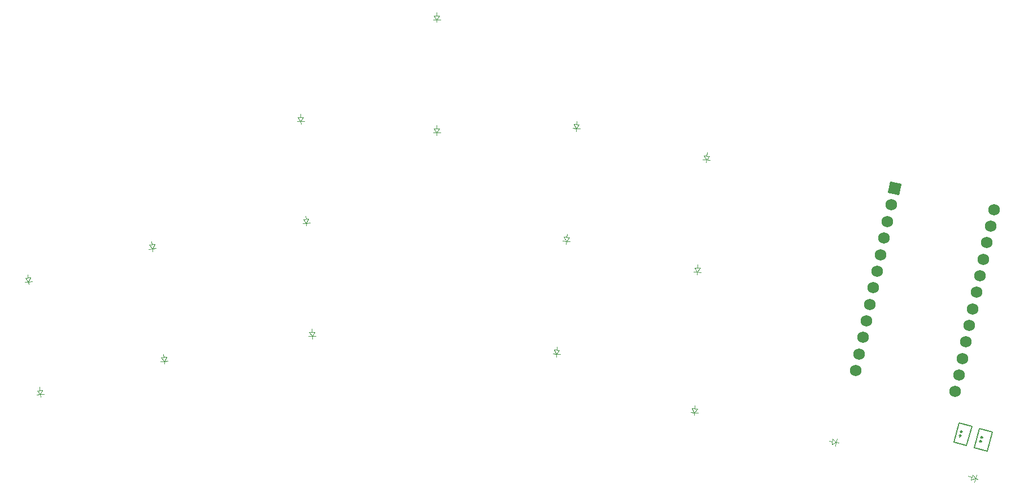
<source format=gbr>
%TF.GenerationSoftware,KiCad,Pcbnew,(6.0.7-1)-1*%
%TF.CreationDate,2022-09-15T11:20:02-04:00*%
%TF.ProjectId,skyline_pcb_left,736b796c-696e-4655-9f70-63625f6c6566,v1.0.0*%
%TF.SameCoordinates,Original*%
%TF.FileFunction,Legend,Bot*%
%TF.FilePolarity,Positive*%
%FSLAX46Y46*%
G04 Gerber Fmt 4.6, Leading zero omitted, Abs format (unit mm)*
G04 Created by KiCad (PCBNEW (6.0.7-1)-1) date 2022-09-15 11:20:02*
%MOMM*%
%LPD*%
G01*
G04 APERTURE LIST*
G04 Aperture macros list*
%AMRotRect*
0 Rectangle, with rotation*
0 The origin of the aperture is its center*
0 $1 length*
0 $2 width*
0 $3 Rotation angle, in degrees counterclockwise*
0 Add horizontal line*
21,1,$1,$2,0,0,$3*%
G04 Aperture macros list end*
%ADD10C,0.150000*%
%ADD11C,0.100000*%
%ADD12RotRect,1.752600X1.752600X258.000000*%
%ADD13C,1.752600*%
G04 APERTURE END LIST*
D10*
%TO.C,\u002A\u002A*%
X269253433Y-165687467D02*
X269439919Y-165739184D01*
X269417041Y-165532011D02*
X269439919Y-165739184D01*
X269313607Y-165904982D01*
X269620137Y-165668666D02*
X269439919Y-165739184D01*
X269558077Y-165892449D01*
X269087939Y-166284220D02*
X269274424Y-166335937D01*
X269251547Y-166128765D02*
X269274424Y-166335937D01*
X269148113Y-166501736D01*
X269454643Y-166265419D02*
X269274424Y-166335937D01*
X269392582Y-166489202D01*
X272325076Y-166519370D02*
X272511562Y-166571087D01*
X272488684Y-166363914D02*
X272511562Y-166571087D01*
X272385250Y-166736885D01*
X272691780Y-166500569D02*
X272511562Y-166571087D01*
X272629720Y-166724352D01*
X272159582Y-167116123D02*
X272346067Y-167167840D01*
X272323190Y-166960668D02*
X272346067Y-167167840D01*
X272219756Y-167333639D01*
X272526286Y-167097322D02*
X272346067Y-167167840D01*
X272464225Y-167321105D01*
X268296306Y-167299970D02*
X269098021Y-164409079D01*
X271025282Y-164943556D02*
X270223567Y-167834447D01*
X269098021Y-164409079D02*
X271025282Y-164943556D01*
X270223567Y-167834447D02*
X268296306Y-167299970D01*
D11*
%TO.C,D12*%
X211357378Y-119581763D02*
X212154334Y-119651488D01*
X211755856Y-119616625D02*
X211799434Y-119118528D01*
X212154334Y-119651488D02*
X211703562Y-120214342D01*
X211703562Y-120214342D02*
X212251470Y-120262278D01*
X211703562Y-120214342D02*
X211357378Y-119581763D01*
X211703562Y-120214342D02*
X211155655Y-120166406D01*
X211668700Y-120612820D02*
X211703562Y-120214342D01*
%TO.C,D5*%
X172117825Y-151390102D02*
X172667071Y-151361318D01*
X172117825Y-151390102D02*
X171568578Y-151418887D01*
X172485875Y-150769990D02*
X172117825Y-151390102D01*
X172086423Y-150790925D02*
X172060255Y-150291610D01*
X172138759Y-151789554D02*
X172117825Y-151390102D01*
X171686971Y-150811859D02*
X172485875Y-150769990D01*
X172117825Y-151390102D02*
X171686971Y-150811859D01*
%TO.C,D3*%
X149990801Y-155561821D02*
X149948990Y-155164013D01*
X149948990Y-155164013D02*
X149488464Y-154609111D01*
X149886273Y-154567300D02*
X149834009Y-154070039D01*
X149948990Y-155164013D02*
X149402003Y-155221503D01*
X149948990Y-155164013D02*
X150495977Y-155106522D01*
X150284082Y-154525488D02*
X149948990Y-155164013D01*
X149488464Y-154609111D02*
X150284082Y-154525488D01*
%TO.C,D4*%
X148172006Y-138257140D02*
X147711480Y-137702238D01*
X148109289Y-137660427D02*
X148057025Y-137163166D01*
X147711480Y-137702238D02*
X148507098Y-137618615D01*
X148213817Y-138654948D02*
X148172006Y-138257140D01*
X148172006Y-138257140D02*
X147625019Y-138314630D01*
X148172006Y-138257140D02*
X148718993Y-138199649D01*
X148507098Y-137618615D02*
X148172006Y-138257140D01*
%TO.C,D6*%
X171596163Y-133793288D02*
X171228113Y-134413400D01*
X171228113Y-134413400D02*
X170797259Y-133835157D01*
X171228113Y-134413400D02*
X170678866Y-134442185D01*
X171196711Y-133814223D02*
X171170543Y-133314908D01*
X171228113Y-134413400D02*
X171777359Y-134384616D01*
X171249047Y-134812852D02*
X171228113Y-134413400D01*
X170797259Y-133835157D02*
X171596163Y-133793288D01*
%TO.C,D9*%
X190796517Y-103860842D02*
X190246517Y-103860842D01*
X190796517Y-103260842D02*
X190796517Y-102760842D01*
X191196517Y-103260842D02*
X190796517Y-103860842D01*
X190396517Y-103260842D02*
X191196517Y-103260842D01*
X190796517Y-104260842D02*
X190796517Y-103860842D01*
X190796517Y-103860842D02*
X191346517Y-103860842D01*
X190796517Y-103860842D02*
X190396517Y-103260842D01*
D10*
%TO.C,\u002A\u002A*%
X273295210Y-168666350D02*
X271367949Y-168131873D01*
X272169664Y-165240982D02*
X274096925Y-165775459D01*
X271367949Y-168131873D02*
X272169664Y-165240982D01*
X274096925Y-165775459D02*
X273295210Y-168666350D01*
D11*
%TO.C,D14*%
X231177943Y-125303402D02*
X231212805Y-124904924D01*
X231212805Y-124904924D02*
X230664898Y-124856988D01*
X231663577Y-124342070D02*
X231212805Y-124904924D01*
X231265099Y-124307207D02*
X231308677Y-123809110D01*
X231212805Y-124904924D02*
X230866621Y-124272345D01*
X230866621Y-124272345D02*
X231663577Y-124342070D01*
X231212805Y-124904924D02*
X231760713Y-124952860D01*
%TO.C,D16*%
X250009408Y-167611226D02*
X250175738Y-166828708D01*
X250175738Y-166828708D02*
X250679462Y-167344714D01*
X250679462Y-167344714D02*
X250793813Y-166806733D01*
X251070721Y-167427879D02*
X250679462Y-167344714D01*
X250679462Y-167344714D02*
X250565110Y-167882695D01*
X250092573Y-167219967D02*
X249603499Y-167116011D01*
X250679462Y-167344714D02*
X250009408Y-167611226D01*
%TO.C,D7*%
X170402445Y-119140169D02*
X169853198Y-119168954D01*
X169971591Y-118561926D02*
X170770495Y-118520057D01*
X170402445Y-119140169D02*
X170951691Y-119111385D01*
X170423379Y-119539621D02*
X170402445Y-119140169D01*
X170371043Y-118540992D02*
X170344875Y-118041677D01*
X170402445Y-119140169D02*
X169971591Y-118561926D01*
X170770495Y-118520057D02*
X170402445Y-119140169D01*
%TO.C,D13*%
X229840042Y-141744157D02*
X229292135Y-141696221D01*
X230290814Y-141181303D02*
X229840042Y-141744157D01*
X229892336Y-141146440D02*
X229935914Y-140648343D01*
X229840042Y-141744157D02*
X229493858Y-141111578D01*
X229840042Y-141744157D02*
X230387950Y-141792093D01*
X229805180Y-142142635D02*
X229840042Y-141744157D01*
X229493858Y-141111578D02*
X230290814Y-141181303D01*
%TO.C,D11*%
X210274208Y-136551935D02*
X210317786Y-136053838D01*
X210221914Y-137149652D02*
X209674007Y-137101716D01*
X210221914Y-137149652D02*
X209875730Y-136517073D01*
X210187052Y-137548130D02*
X210221914Y-137149652D01*
X209875730Y-136517073D02*
X210672686Y-136586798D01*
X210672686Y-136586798D02*
X210221914Y-137149652D01*
X210221914Y-137149652D02*
X210769822Y-137197588D01*
%TO.C,D10*%
X208705404Y-154483440D02*
X208740266Y-154084962D01*
X209191038Y-153522108D02*
X208740266Y-154084962D01*
X208792560Y-153487245D02*
X208836138Y-152989148D01*
X208740266Y-154084962D02*
X209288174Y-154132898D01*
X208740266Y-154084962D02*
X208192359Y-154037026D01*
X208740266Y-154084962D02*
X208394082Y-153452383D01*
X208394082Y-153452383D02*
X209191038Y-153522108D01*
%TO.C,D8*%
X190796517Y-120260842D02*
X190796517Y-119760842D01*
X191196517Y-120260842D02*
X190796517Y-120860842D01*
X190796517Y-120860842D02*
X190396517Y-120260842D01*
X190396517Y-120260842D02*
X191196517Y-120260842D01*
X190796517Y-120860842D02*
X190246517Y-120860842D01*
X190796517Y-121260842D02*
X190796517Y-120860842D01*
X190796517Y-120860842D02*
X191346517Y-120860842D01*
%TO.C,D17*%
X271912386Y-172887986D02*
X271534179Y-172757759D01*
X270966867Y-172562418D02*
X270494108Y-172399634D01*
X271534179Y-172757759D02*
X271713241Y-172237724D01*
X270836640Y-172940625D02*
X271097095Y-172184211D01*
X271097095Y-172184211D02*
X271534179Y-172757759D01*
X271534179Y-172757759D02*
X270836640Y-172940625D01*
X271534179Y-172757759D02*
X271355116Y-173277794D01*
%TO.C,D15*%
X229075498Y-162248541D02*
X229872454Y-162318266D01*
X229872454Y-162318266D02*
X229421682Y-162881120D01*
X229421682Y-162881120D02*
X229969590Y-162929056D01*
X229386820Y-163279598D02*
X229421682Y-162881120D01*
X229421682Y-162881120D02*
X229075498Y-162248541D01*
X229473976Y-162283403D02*
X229517554Y-161785306D01*
X229421682Y-162881120D02*
X228873775Y-162833184D01*
%TO.C,D2*%
X129589675Y-143226747D02*
X130136662Y-143169256D01*
X129129149Y-142671845D02*
X129924767Y-142588222D01*
X129589675Y-143226747D02*
X129042688Y-143284237D01*
X129526958Y-142630034D02*
X129474694Y-142132773D01*
X129589675Y-143226747D02*
X129129149Y-142671845D01*
X129924767Y-142588222D02*
X129589675Y-143226747D01*
X129631486Y-143624555D02*
X129589675Y-143226747D01*
%TO.C,D1*%
X131408470Y-160531427D02*
X131366659Y-160133619D01*
X131366659Y-160133619D02*
X130819672Y-160191109D01*
X131366659Y-160133619D02*
X130906133Y-159578717D01*
X130906133Y-159578717D02*
X131701751Y-159495094D01*
X131701751Y-159495094D02*
X131366659Y-160133619D01*
X131303942Y-159536906D02*
X131251678Y-159039645D01*
X131366659Y-160133619D02*
X131913646Y-160076128D01*
%TD*%
D12*
%TO.C,MCU1*%
X259435551Y-129216394D03*
D13*
X258907455Y-131700889D03*
X258379359Y-134185384D03*
X257851264Y-136669879D03*
X257323168Y-139154374D03*
X256795072Y-141638868D03*
X256266976Y-144123363D03*
X255738881Y-146607858D03*
X255210785Y-149092353D03*
X254682689Y-151576848D03*
X254154594Y-154061343D03*
X253626498Y-156545838D03*
X274342520Y-132384968D03*
X273814424Y-134869463D03*
X273286329Y-137353958D03*
X272758233Y-139838453D03*
X272230137Y-142322948D03*
X271702042Y-144807443D03*
X271173946Y-147291938D03*
X270645850Y-149776432D03*
X270117754Y-152260927D03*
X269589659Y-154745422D03*
X269061563Y-157229917D03*
X268533467Y-159714412D03*
%TD*%
M02*

</source>
